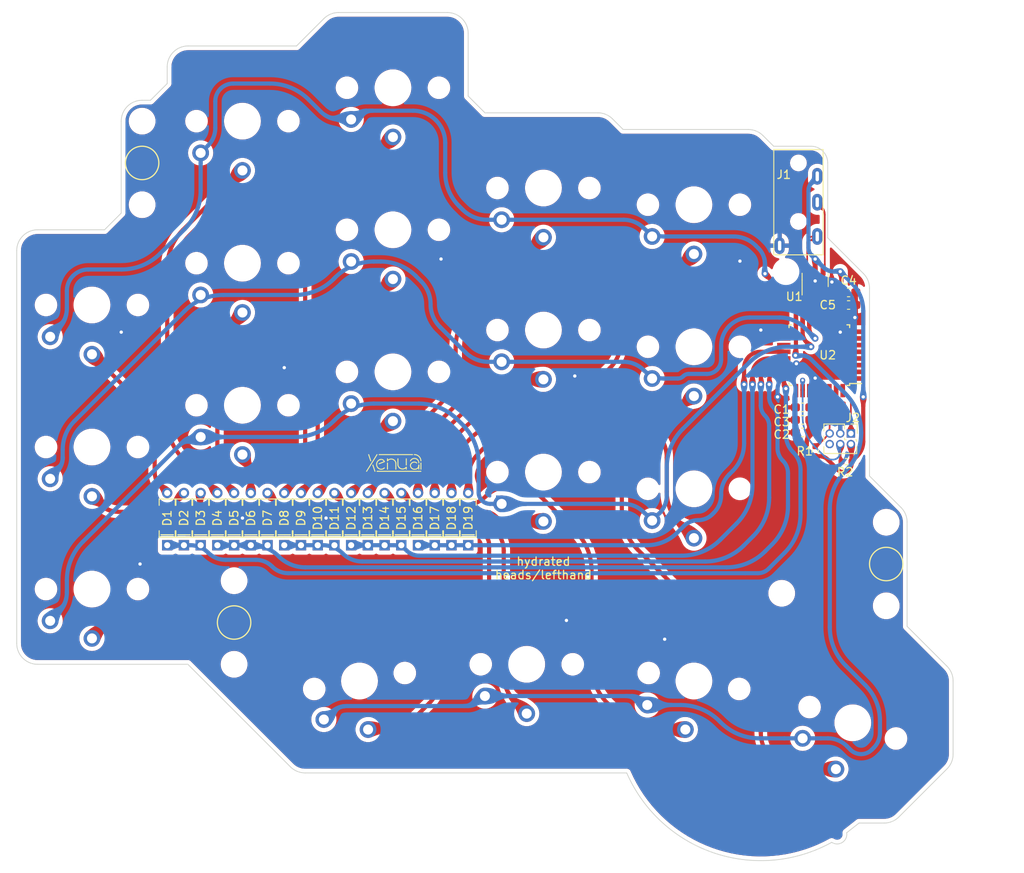
<source format=kicad_pcb>
(kicad_pcb (version 20211014) (generator pcbnew)

  (general
    (thickness 1.6)
  )

  (paper "A4")
  (layers
    (0 "F.Cu" signal)
    (31 "B.Cu" signal)
    (32 "B.Adhes" user "B.Adhesive")
    (33 "F.Adhes" user "F.Adhesive")
    (34 "B.Paste" user)
    (35 "F.Paste" user)
    (36 "B.SilkS" user "B.Silkscreen")
    (37 "F.SilkS" user "F.Silkscreen")
    (38 "B.Mask" user)
    (39 "F.Mask" user)
    (40 "Dwgs.User" user "User.Drawings")
    (41 "Cmts.User" user "User.Comments")
    (42 "Eco1.User" user "User.Eco1")
    (43 "Eco2.User" user "User.Eco2")
    (44 "Edge.Cuts" user)
    (45 "Margin" user)
    (46 "B.CrtYd" user "B.Courtyard")
    (47 "F.CrtYd" user "F.Courtyard")
    (48 "B.Fab" user)
    (49 "F.Fab" user)
    (50 "User.1" user)
    (51 "User.2" user)
    (52 "User.3" user)
    (53 "User.4" user)
    (54 "User.5" user)
    (55 "User.6" user)
    (56 "User.7" user)
    (57 "User.8" user)
    (58 "User.9" user)
  )

  (setup
    (stackup
      (layer "F.SilkS" (type "Top Silk Screen"))
      (layer "F.Paste" (type "Top Solder Paste"))
      (layer "F.Mask" (type "Top Solder Mask") (thickness 0.01))
      (layer "F.Cu" (type "copper") (thickness 0.035))
      (layer "dielectric 1" (type "core") (thickness 1.51) (material "FR4") (epsilon_r 4.5) (loss_tangent 0.02))
      (layer "B.Cu" (type "copper") (thickness 0.035))
      (layer "B.Mask" (type "Bottom Solder Mask") (thickness 0.01))
      (layer "B.Paste" (type "Bottom Solder Paste"))
      (layer "B.SilkS" (type "Bottom Silk Screen"))
      (copper_finish "None")
      (dielectric_constraints no)
    )
    (pad_to_mask_clearance 0)
    (pcbplotparams
      (layerselection 0x00010fc_ffffffff)
      (disableapertmacros false)
      (usegerberextensions false)
      (usegerberattributes true)
      (usegerberadvancedattributes true)
      (creategerberjobfile true)
      (svguseinch false)
      (svgprecision 6)
      (excludeedgelayer true)
      (plotframeref false)
      (viasonmask false)
      (mode 1)
      (useauxorigin false)
      (hpglpennumber 1)
      (hpglpenspeed 20)
      (hpglpendiameter 15.000000)
      (dxfpolygonmode true)
      (dxfimperialunits true)
      (dxfusepcbnewfont true)
      (psnegative false)
      (psa4output false)
      (plotreference true)
      (plotvalue true)
      (plotinvisibletext false)
      (sketchpadsonfab false)
      (subtractmaskfromsilk false)
      (outputformat 1)
      (mirror false)
      (drillshape 1)
      (scaleselection 1)
      (outputdirectory "")
    )
  )

  (net 0 "")
  (net 1 "GND")
  (net 2 "Net-(C1-Pad2)")
  (net 3 "+3V3")
  (net 4 "C_PINKY")
  (net 5 "Net-(D1-Pad2)")
  (net 6 "Net-(D2-Pad2)")
  (net 7 "Net-(D3-Pad2)")
  (net 8 "C_RING")
  (net 9 "Net-(D4-Pad2)")
  (net 10 "Net-(D5-Pad2)")
  (net 11 "Net-(D6-Pad2)")
  (net 12 "Net-(D7-Pad2)")
  (net 13 "C_MIDDLE")
  (net 14 "Net-(D8-Pad2)")
  (net 15 "Net-(D9-Pad2)")
  (net 16 "Net-(D10-Pad2)")
  (net 17 "Net-(D11-Pad2)")
  (net 18 "C_INDEX")
  (net 19 "Net-(D12-Pad2)")
  (net 20 "Net-(D13-Pad2)")
  (net 21 "Net-(D14-Pad2)")
  (net 22 "Net-(D15-Pad2)")
  (net 23 "C_INNER")
  (net 24 "Net-(D16-Pad2)")
  (net 25 "Net-(D17-Pad2)")
  (net 26 "Net-(D18-Pad2)")
  (net 27 "Net-(D19-Pad2)")
  (net 28 "/SWDIO")
  (net 29 "/RST")
  (net 30 "/SWCLK")
  (net 31 "unconnected-(J2-Pad6)")
  (net 32 "R_TOP")
  (net 33 "R_HOME")
  (net 34 "R_BOTTOM")
  (net 35 "R_THUMB")
  (net 36 "/SDA")
  (net 37 "Net-(J1-PadR2)")
  (net 38 "Net-(J1-PadR1)")
  (net 39 "unconnected-(U2-Pad1)")
  (net 40 "unconnected-(U2-Pad2)")
  (net 41 "unconnected-(U2-Pad3)")
  (net 42 "unconnected-(U2-Pad4)")
  (net 43 "unconnected-(U2-Pad5)")
  (net 44 "unconnected-(U2-Pad6)")
  (net 45 "unconnected-(U2-Pad7)")
  (net 46 "unconnected-(U2-Pad8)")
  (net 47 "/SCL")
  (net 48 "unconnected-(U2-Pad25)")
  (net 49 "unconnected-(U2-Pad27)")
  (net 50 "unconnected-(U2-Pad17)")
  (net 51 "unconnected-(U2-Pad18)")
  (net 52 "unconnected-(U2-Pad19)")

  (footprint "Resistor_SMD:R_0402_1005Metric_Pad0.72x0.64mm_HandSolder" (layer "F.Cu") (at 224.25 79.75))

  (footprint "MountingHole:MountingHole_2.2mm_M2_DIN965" (layer "F.Cu") (at 140 39))

  (footprint "mbk:Choc-1u-solder" (layer "F.Cu") (at 170 52))

  (footprint "mbk:Choc-1u-solder" (layer "F.Cu") (at 206 66))

  (footprint "mbk:Choc-1u-solder" (layer "F.Cu") (at 225 111 -20))

  (footprint "1N4148:DIOAD829W49L456D191" (layer "F.Cu") (at 173 86.5 90))

  (footprint "mbk:Choc-1u-solder" (layer "F.Cu") (at 152 39))

  (footprint "1N4148:DIOAD829W49L456D191" (layer "F.Cu") (at 169 86.5 90))

  (footprint "mbk:Choc-1u-solder" (layer "F.Cu") (at 152 73))

  (footprint "Package_QFP:TQFP-32_7x7mm_P0.8mm" (layer "F.Cu") (at 221 67 180))

  (footprint "Capacitor_SMD:C_0603_1608Metric_Pad1.08x0.95mm_HandSolder" (layer "F.Cu") (at 224.5 59.5))

  (footprint "mbk:Choc-1u-solder" (layer "F.Cu") (at 188 64))

  (footprint "mbk:Choc-1u-solder" (layer "F.Cu") (at 166 106 10))

  (footprint "MountingHole:MountingHole_2.2mm_M2_DIN965" (layer "F.Cu") (at 151 94))

  (footprint "mbk:Choc-1u-solder" (layer "F.Cu") (at 188 47))

  (footprint "1N4148:DIOAD829W49L456D191" (layer "F.Cu") (at 147 86.5 90))

  (footprint "mbk:Choc-1u-solder" (layer "F.Cu") (at 188 81))

  (footprint "Package_TO_SOT_SMD:SOT-23-6" (layer "F.Cu") (at 220.5 58 90))

  (footprint "MountingHole:MountingHole_2.2mm_M2_DIN965" (layer "F.Cu") (at 217 57))

  (footprint "MountingHole:MountingHole_2.2mm_M2_DIN965" (layer "F.Cu") (at 151 104))

  (footprint "1N4148:DIOAD829W49L456D191" (layer "F.Cu") (at 163 86.5 90))

  (footprint "MountingHole:MountingHole_2.2mm_M2_DIN965" (layer "F.Cu") (at 140 49))

  (footprint "1N4148:DIOAD829W49L456D191" (layer "F.Cu") (at 179 86.5 90))

  (footprint "pj320a:Jack_3.5mm_PJ320A_Horizontal" (layer "F.Cu") (at 218.5 44 -90))

  (footprint "mbk:Choc-1u-solder" (layer "F.Cu") (at 152 56))

  (footprint "MountingHole:MountingHole_2.2mm_M2_DIN965" (layer "F.Cu") (at 229 87))

  (footprint "xenua:sig" (layer "F.Cu") (at 166.845 80.905167))

  (footprint "1N4148:DIOAD829W49L456D191" (layer "F.Cu") (at 161 86.5 90))

  (footprint "Capacitor_SMD:C_0603_1608Metric_Pad1.08x0.95mm_HandSolder" (layer "F.Cu") (at 219 76.25 180))

  (footprint "mbk:Choc-1u-solder" (layer "F.Cu") (at 134 61))

  (footprint "MountingHole:MountingHole_2.2mm_M2_DIN965" (layer "F.Cu") (at 229 97))

  (footprint "Capacitor_SMD:C_0603_1608Metric_Pad1.08x0.95mm_HandSolder" (layer "F.Cu") (at 224.5 61))

  (footprint "1N4148:DIOAD829W49L456D191" (layer "F.Cu") (at 155 86.5 90))

  (footprint "1N4148:DIOAD829W49L456D191" (layer "F.Cu") (at 165 86.5 90))

  (footprint "Capacitor_SMD:C_0603_1608Metric_Pad1.08x0.95mm_HandSolder" (layer "F.Cu") (at 219 73.25))

  (footprint "mbk:Choc-1u-solder" (layer "F.Cu") (at 206 106 -10))

  (footprint "mbk:Choc-1u-solder" (layer "F.Cu") (at 134 95))

  (footprint "Connector_PinHeader_1.27mm:PinHeader_2x03_P1.27mm_Vertical" (layer "F.Cu") (at 224.775 76.375 -90))

  (footprint "1N4148:DIOAD829W49L456D191" (layer "F.Cu") (at 175 86.5 90))

  (footprint "mbk:Choc-1u-solder" (layer "F.Cu") (at 186 104))

  (footprint "mbk:Choc-1u-solder" (layer "F.Cu") (at 206 83))

  (footprint "mbk:Choc-1u-solder" (layer "F.Cu") (at 206 49))

  (footprint "1N4148:DIOAD829W49L456D191" (layer "F.Cu") (at 159 86.5 90))

  (footprint "mbk:Choc-1u-solder" (layer "F.Cu") (at 170 69))

  (footprint "1N4148:DIOAD829W49L456D191" (layer "F.Cu") (at 177 86.5 90))

  (footprint "1N4148:DIOAD829W49L456D191" (layer "F.Cu") (at 171 86.5 90))

  (footprint "mbk:Choc-1u-solder" (layer "F.Cu") (at 170 35))

  (footprint "Capacitor_SMD:C_0603_1608Metric_Pad1.08x0.95mm_HandSolder" (layer "F.Cu") (at 219 74.75 180))

  (footprint "1N4148:DIOAD829W49L456D191" (layer "F.Cu")
    (tedit 6235BD20) (tstamp dbf3a1f0-3ae6-4098-8304-356079c23da8)
    (at 151 86.5 90)
    (property "Sheetfile" "lefthand.kicad_sch")
    (property "Sheetname" "")
    (path "/b27c7fab-8289-4ef5-a70e-3a3e9584c5b3")
    (attr through_hole)
    (fp_text reference "D5" (at 0 0 90) (layer "F.SilkS")
      (effects (font (size 1.000102 1.000102) (thickness 0.15)))
      (tstamp 9ad58e9b-2820-4dc5-a5e4-ca5c01c490ff)
    )
    (fp_text value "D22" (at 0 2 90) (layer "F.Fab")
      (effects (font (size 1.001921 1.001921) (thickness 0.15)))
      (tstamp 56791047-0c80-4cd8-9282-934f668ff0bd)
    )
    (fp_line (start -2.28 -0.96) (end -2.28 0) (layer "F.SilkS") (width 0.127) (tstamp 06ff03ba-3844-4c8a-bfdd-43ff54640623))
    (fp_line (start -2.28 0.96) (end -1.52 0.96) (layer "F.SilkS") (width 0.127) (tstamp 0fb1c80d-d75d-4950-98fe-c4458bf1a81d))
    (fp_line (start 1.52 -0.96) (end 2.28 -0.96) (layer "F.SilkS") (width 0.127) (tstamp 178cbf16-edb2-4f11-aeae-f38b15af9812))
    (fp_line (start -2.28 0) (end -2.28 0.95) (layer "F.SilkS") (width 0.127) (tstamp 69acfdc4-3cb3-4dd7-947f-5c8d42f548a4))
    (fp_line (start -2.28 -0.96) (end -1.52 -0.96) (layer "F.SilkS") (width 0.127) (tstamp 6bf8b7b7-01b9-455e-b0fb-49e7b9f621f4))
    (fp_line (start 2.28 -0.95) (end 2.28 0) (layer "F.SilkS") (width 0.127) (tstamp 8899cd26-411d-42d3-b063-0181c294da89))
    (fp_line (start -2 -0.75) (end -2 0.75) (layer "F.SilkS") (width 0.12) (tstamp a9a26951-6b1a-4220-b2c3-a4789a018d0a))
    (fp_line (start 1.52 0.96) (end 2.28 0.96) (layer "F.SilkS") (width 0.127) (tstamp cde0387d-e84f-4107-b176-4e8b32c98e84))
    (fp_line (start 2.28 0) (end 2.28 0.96) (layer "F.SilkS") (width 0.127) (tstamp eab0f4ef-6df6-4b98-a3c3-73c8876ffd45))
    (fp_line (start -2.53 1) (end -2.53 0.815) (layer "F.CrtYd") (width 0.05) (tstamp 05d229b1-efe9-4da2-a376-f1ac260e668c))
    (fp_line (start -2.53 -1) (end 2.53 -1) (layer "F.CrtYd") (width 0.05) (tstamp 142674ff-649d-4412-b4c6-009a8c6fbefc))
    (fp_line (start -2.5
... [2136959 chars truncated]
</source>
